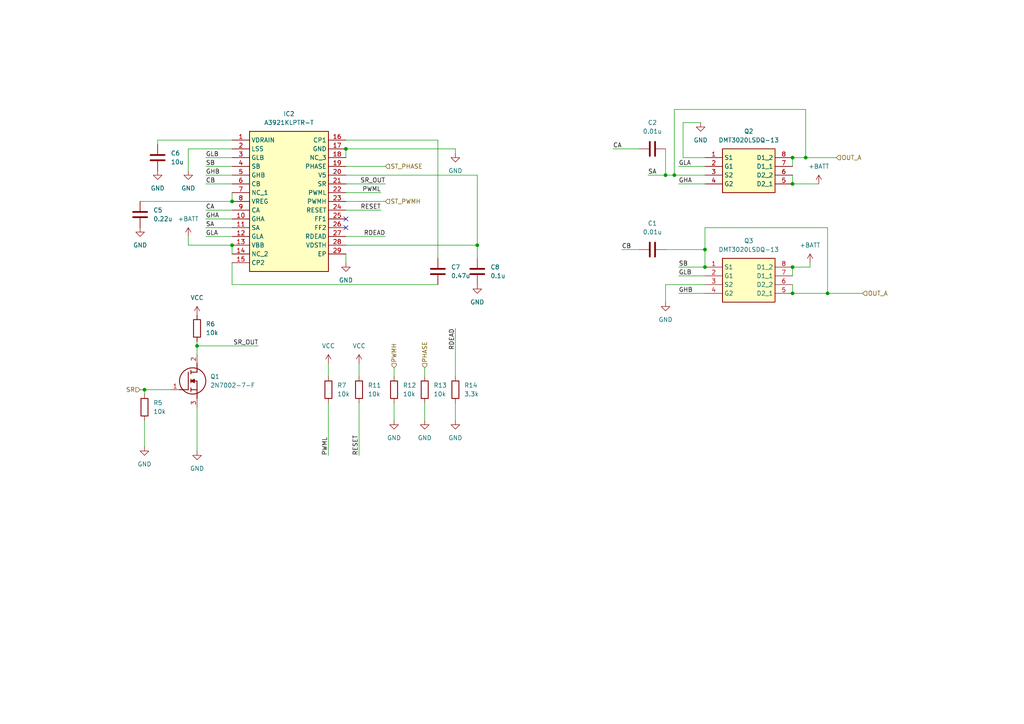
<source format=kicad_sch>
(kicad_sch (version 20230121) (generator eeschema)
  (paper "A4")
  (lib_symbols
    (symbol "00_my_sym:2N7002-7-F" (pin_names hide)
      (property "Reference" "Q" (at 11.43 3.81 0))
      (property "Value" "2N7002-7-F" (at 11.43 1.27 0))
      (symbol "2N7002-7-F_1_1"
        (polyline (pts (xy 2.54 0) (xy 5.08 0)) (stroke (width 0.254)))
        (polyline (pts (xy 5.08 5.08) (xy 5.08 0)) (stroke (width 0.254)))
        (polyline (pts (xy 5.842 -0.508) (xy 5.842 0.508)) (stroke (width 0.254)))
        (polyline (pts (xy 5.842 0) (xy 7.62 0)) (stroke (width 0.254)))
        (polyline (pts (xy 5.842 2.032) (xy 5.842 3.048)) (stroke (width 0.254)))
        (polyline (pts (xy 5.842 5.588) (xy 5.842 4.572)) (stroke (width 0.254)))
        (polyline (pts (xy 7.62 2.54) (xy 5.842 2.54)) (stroke (width 0.254)))
        (polyline (pts (xy 7.62 2.54) (xy 7.62 -2.54)) (stroke (width 0.254)))
        (polyline (pts (xy 7.62 5.08) (xy 5.842 5.08)) (stroke (width 0.254)))
        (polyline (pts (xy 7.62 5.08) (xy 7.62 7.62)) (stroke (width 0.254)))
        (polyline (pts (xy 5.842 2.54) (xy 6.858 3.048) (xy 6.858 2.032) (xy 5.842 2.54)) (stroke (width 0.254)) (fill (type outline)))
        (circle (center 6.35 2.54) (radius 3.81) (stroke (width 0.254)))
        (pin passive line (at 0 0 0) (length 2.54) (name "G") (number "1"))
        (pin passive line (at 7.62 10.16 270) (length 2.54) (name "D") (number "2"))
        (pin passive line (at 7.62 -5.08 90) (length 2.54) (name "S") (number "3"))
      )
    )
    (symbol "00_my_sym:A3921KLPTR-T"
      (property "Reference" "IC" (at 29.21 7.62 0))
      (property "Value" "A3921KLPTR-T" (at 29.21 5.08 0))
      (symbol "A3921KLPTR-T_1_1"
        (rectangle (start 5.08 2.54) (end 27.94 -38.1) (stroke (width 0.254)) (fill (type background)))
        (pin passive line (at 0 0 0) (length 5.08) (name "VDRAIN") (number "1"))
        (pin passive line (at 0 -22.86 0) (length 5.08) (name "GHA") (number "10"))
        (pin passive line (at 0 -25.4 0) (length 5.08) (name "SA") (number "11"))
        (pin passive line (at 0 -27.94 0) (length 5.08) (name "GLA") (number "12"))
        (pin passive line (at 0 -30.48 0) (length 5.08) (name "VBB") (number "13"))
        (pin passive line (at 0 -33.02 0) (length 5.08) (name "NC_2") (number "14"))
        (pin passive line (at 0 -35.56 0) (length 5.08) (name "CP2") (number "15"))
        (pin passive line (at 33.02 0 180) (length 5.08) (name "CP1") (number "16"))
        (pin passive line (at 33.02 -2.54 180) (length 5.08) (name "GND") (number "17"))
        (pin passive line (at 33.02 -5.08 180) (length 5.08) (name "NC_3") (number "18"))
        (pin passive line (at 33.02 -7.62 180) (length 5.08) (name "PHASE") (number "19"))
        (pin passive line (at 0 -2.54 0) (length 5.08) (name "LSS") (number "2"))
        (pin passive line (at 33.02 -10.16 180) (length 5.08) (name "V5") (number "20"))
        (pin passive line (at 33.02 -12.7 180) (length 5.08) (name "SR") (number "21"))
        (pin passive line (at 33.02 -15.24 180) (length 5.08) (name "PWML") (number "22"))
        (pin passive line (at 33.02 -17.78 180) (length 5.08) (name "PWMH") (number "23"))
        (pin passive line (at 33.02 -20.32 180) (length 5.08) (name "RESET") (number "24"))
        (pin passive line (at 33.02 -22.86 180) (length 5.08) (name "FF1") (number "25"))
        (pin passive line (at 33.02 -25.4 180) (length 5.08) (name "FF2") (number "26"))
        (pin passive line (at 33.02 -27.94 180) (length 5.08) (name "RDEAD") (number "27"))
        (pin passive line (at 33.02 -30.48 180) (length 5.08) (name "VDSTH") (number "28"))
        (pin passive line (at 33.02 -33.02 180) (length 5.08) (name "EP") (number "29"))
        (pin passive line (at 0 -5.08 0) (length 5.08) (name "GLB") (number "3"))
        (pin passive line (at 0 -7.62 0) (length 5.08) (name "SB") (number "4"))
        (pin passive line (at 0 -10.16 0) (length 5.08) (name "GHB") (number "5"))
        (pin passive line (at 0 -12.7 0) (length 5.08) (name "CB") (number "6"))
        (pin passive line (at 0 -15.24 0) (length 5.08) (name "NC_1") (number "7"))
        (pin passive line (at 0 -17.78 0) (length 5.08) (name "VREG") (number "8"))
        (pin passive line (at 0 -20.32 0) (length 5.08) (name "CA") (number "9"))
      )
    )
    (symbol "00_my_sym:DMT3020LSDQ-13"
      (property "Reference" "Q" (at 21.59 7.62 0))
      (property "Value" "DMT3020LSDQ-13" (at 21.59 5.08 0))
      (symbol "DMT3020LSDQ-13_1_1"
        (rectangle (start 5.08 2.54) (end 20.32 -10.16) (stroke (width 0.254)) (fill (type background)))
        (pin passive line (at 0 0 0) (length 5.08) (name "S1") (number "1"))
        (pin passive line (at 0 -2.54 0) (length 5.08) (name "G1") (number "2"))
        (pin passive line (at 0 -5.08 0) (length 5.08) (name "S2") (number "3"))
        (pin passive line (at 0 -7.62 0) (length 5.08) (name "G2") (number "4"))
        (pin passive line (at 25.4 -7.62 180) (length 5.08) (name "D2_1") (number "5"))
        (pin passive line (at 25.4 -5.08 180) (length 5.08) (name "D2_2") (number "6"))
        (pin passive line (at 25.4 -2.54 180) (length 5.08) (name "D1_1") (number "7"))
        (pin passive line (at 25.4 0 180) (length 5.08) (name "D1_2") (number "8"))
      )
    )
    (symbol "Device:C" (pin_numbers hide) (pin_names (offset 0.254))
      (property "Reference" "C" (at 0.635 2.54 0))
      (property "Value" "C" (at 0.635 -2.54 0))
      (symbol "C_0_1"
        (polyline (pts (xy -2.032 -0.762) (xy 2.032 -0.762)) (stroke (width 0.508)))
        (polyline (pts (xy -2.032 0.762) (xy 2.032 0.762)) (stroke (width 0.508)))
      )
      (symbol "C_1_1"
        (pin passive line (at 0 3.81 270) (length 2.794) (name "~") (number "1"))
        (pin passive line (at 0 -3.81 90) (length 2.794) (name "~") (number "2"))
      )
    )
    (symbol "Device:R" (pin_numbers hide) (pin_names (offset 0))
      (property "Reference" "R" (at 2.032 0 90))
      (property "Value" "R" (at 0 0 90))
      (symbol "R_0_1"
        (rectangle (start -1.016 -2.54) (end 1.016 2.54) (stroke (width 0.254)))
      )
      (symbol "R_1_1"
        (pin passive line (at 0 3.81 270) (length 1.27) (name "~") (number "1"))
        (pin passive line (at 0 -3.81 90) (length 1.27) (name "~") (number "2"))
      )
    )
    (symbol "power:+BATT" (power) (pin_names (offset 0))
      (property "Value" "+BATT" (at 0 3.556 0))
      (symbol "+BATT_0_1"
        (polyline (pts (xy -0.762 1.27) (xy 0 2.54)))
        (polyline (pts (xy 0 0) (xy 0 2.54)))
        (polyline (pts (xy 0 2.54) (xy 0.762 1.27)))
      )
      (symbol "+BATT_1_1"
        (pin power_in line (at 0 0 90) (length 0) hide (name "+BATT") (number "1"))
      )
    )
    (symbol "power:GND" (power) (pin_names (offset 0))
      (property "Value" "GND" (at 0 -3.81 0))
      (symbol "GND_0_1"
        (polyline (pts (xy 0 0) (xy 0 -1.27) (xy 1.27 -1.27) (xy 0 -2.54) (xy -1.27 -1.27) (xy 0 -1.27)))
      )
      (symbol "GND_1_1"
        (pin power_in line (at 0 0 270) (length 0) hide (name "GND") (number "1"))
      )
    )
    (symbol "power:VCC" (power) (pin_names (offset 0))
      (property "Value" "VCC" (at 0 3.81 0))
      (symbol "VCC_0_1"
        (polyline (pts (xy -0.762 1.27) (xy 0 2.54)))
        (polyline (pts (xy 0 0) (xy 0 2.54)))
        (polyline (pts (xy 0 2.54) (xy 0.762 1.27)))
      )
      (symbol "VCC_1_1"
        (pin power_in line (at 0 0 90) (length 0) hide (name "VCC") (number "1"))
      )
    )
  )
  (junction (at 229.87 77.47))
  (junction (at 204.47 77.47))
  (junction (at 240.03 85.09))
  (junction (at 67.31 71.12))
  (junction (at 193.04 50.8))
  (junction (at 41.91 113.03))
  (junction (at 57.15 100.33))
  (junction (at 100.33 43.18))
  (junction (at 204.47 72.39))
  (junction (at 138.43 71.12))
  (junction (at 229.87 53.34))
  (junction (at 67.31 58.42))
  (junction (at 229.87 45.72))
  (junction (at 233.68 45.72))
  (junction (at 195.58 50.8))
  (junction (at 229.87 85.09))
  (no_connect (at 100.33 66.04))
  (no_connect (at 100.33 63.5))
  (wire (pts (xy 104.14 116.84) (xy 104.14 132.08)))
  (wire (pts (xy 114.3 109.22) (xy 114.3 106.68)))
  (wire (pts (xy 41.91 114.3) (xy 41.91 113.03)))
  (wire (pts (xy 204.47 66.04) (xy 240.03 66.04)))
  (wire (pts (xy 196.85 48.26) (xy 204.47 48.26)))
  (wire (pts (xy 57.15 100.33) (xy 74.93 100.33)))
  (wire (pts (xy 100.33 55.88) (xy 110.49 55.88)))
  (wire (pts (xy 67.31 55.88) (xy 67.31 58.42)))
  (wire (pts (xy 54.61 43.18) (xy 54.61 49.53)))
  (wire (pts (xy 193.04 72.39) (xy 204.47 72.39)))
  (wire (pts (xy 229.87 50.8) (xy 229.87 53.34)))
  (wire (pts (xy 40.64 113.03) (xy 41.91 113.03)))
  (wire (pts (xy 180.34 72.39) (xy 185.42 72.39)))
  (wire (pts (xy 100.33 60.96) (xy 110.49 60.96)))
  (wire (pts (xy 41.91 113.03) (xy 49.53 113.03)))
  (wire (pts (xy 40.64 58.42) (xy 67.31 58.42)))
  (wire (pts (xy 198.12 35.56) (xy 203.2 35.56)))
  (wire (pts (xy 67.31 82.55) (xy 67.31 76.2)))
  (wire (pts (xy 59.69 48.26) (xy 67.31 48.26)))
  (wire (pts (xy 100.33 40.64) (xy 127 40.64)))
  (wire (pts (xy 229.87 85.09) (xy 240.03 85.09)))
  (wire (pts (xy 204.47 45.72) (xy 198.12 45.72)))
  (wire (pts (xy 100.33 43.18) (xy 100.33 45.72)))
  (wire (pts (xy 195.58 31.75) (xy 195.58 50.8)))
  (wire (pts (xy 193.04 50.8) (xy 195.58 50.8)))
  (wire (pts (xy 57.15 100.33) (xy 57.15 99.06)))
  (wire (pts (xy 100.33 68.58) (xy 111.76 68.58)))
  (wire (pts (xy 229.87 45.72) (xy 233.68 45.72)))
  (wire (pts (xy 240.03 66.04) (xy 240.03 85.09)))
  (wire (pts (xy 204.47 82.55) (xy 193.04 82.55)))
  (wire (pts (xy 132.08 95.25) (xy 132.08 109.22)))
  (wire (pts (xy 196.85 85.09) (xy 204.47 85.09)))
  (wire (pts (xy 187.96 50.8) (xy 193.04 50.8)))
  (wire (pts (xy 111.76 48.26) (xy 100.33 48.26)))
  (wire (pts (xy 95.25 116.84) (xy 95.25 132.08)))
  (wire (pts (xy 41.91 121.92) (xy 41.91 129.54)))
  (wire (pts (xy 138.43 71.12) (xy 138.43 74.93)))
  (wire (pts (xy 57.15 100.33) (xy 57.15 102.87)))
  (wire (pts (xy 59.69 66.04) (xy 67.31 66.04)))
  (wire (pts (xy 229.87 45.72) (xy 229.87 48.26)))
  (wire (pts (xy 59.69 53.34) (xy 67.31 53.34)))
  (wire (pts (xy 138.43 50.8) (xy 138.43 71.12)))
  (wire (pts (xy 104.14 105.41) (xy 104.14 109.22)))
  (wire (pts (xy 123.19 116.84) (xy 123.19 121.92)))
  (wire (pts (xy 195.58 50.8) (xy 204.47 50.8)))
  (wire (pts (xy 204.47 72.39) (xy 204.47 77.47)))
  (wire (pts (xy 45.72 40.64) (xy 45.72 41.91)))
  (wire (pts (xy 233.68 45.72) (xy 233.68 31.75)))
  (wire (pts (xy 100.33 43.18) (xy 132.08 43.18)))
  (wire (pts (xy 111.76 58.42) (xy 100.33 58.42)))
  (wire (pts (xy 229.87 82.55) (xy 229.87 85.09)))
  (wire (pts (xy 59.69 60.96) (xy 67.31 60.96)))
  (wire (pts (xy 234.95 77.47) (xy 229.87 77.47)))
  (wire (pts (xy 193.04 82.55) (xy 193.04 87.63)))
  (wire (pts (xy 100.33 71.12) (xy 138.43 71.12)))
  (wire (pts (xy 193.04 43.18) (xy 193.04 50.8)))
  (wire (pts (xy 198.12 45.72) (xy 198.12 35.56)))
  (wire (pts (xy 132.08 121.92) (xy 132.08 116.84)))
  (wire (pts (xy 127 40.64) (xy 127 74.93)))
  (wire (pts (xy 196.85 80.01) (xy 204.47 80.01)))
  (wire (pts (xy 229.87 53.34) (xy 237.49 53.34)))
  (wire (pts (xy 234.95 76.2) (xy 234.95 77.47)))
  (wire (pts (xy 123.19 109.22) (xy 123.19 106.68)))
  (wire (pts (xy 67.31 82.55) (xy 127 82.55)))
  (wire (pts (xy 95.25 105.41) (xy 95.25 109.22)))
  (wire (pts (xy 177.8 43.18) (xy 185.42 43.18)))
  (wire (pts (xy 240.03 85.09) (xy 250.19 85.09)))
  (wire (pts (xy 67.31 40.64) (xy 45.72 40.64)))
  (wire (pts (xy 100.33 50.8) (xy 138.43 50.8)))
  (wire (pts (xy 100.33 73.66) (xy 100.33 76.2)))
  (wire (pts (xy 59.69 45.72) (xy 67.31 45.72)))
  (wire (pts (xy 196.85 53.34) (xy 204.47 53.34)))
  (wire (pts (xy 196.85 77.47) (xy 204.47 77.47)))
  (wire (pts (xy 233.68 31.75) (xy 195.58 31.75)))
  (wire (pts (xy 54.61 68.58) (xy 54.61 71.12)))
  (wire (pts (xy 204.47 72.39) (xy 204.47 66.04)))
  (wire (pts (xy 59.69 50.8) (xy 67.31 50.8)))
  (wire (pts (xy 57.15 130.81) (xy 57.15 118.11)))
  (wire (pts (xy 229.87 77.47) (xy 229.87 80.01)))
  (wire (pts (xy 59.69 68.58) (xy 67.31 68.58)))
  (wire (pts (xy 59.69 63.5) (xy 67.31 63.5)))
  (wire (pts (xy 100.33 53.34) (xy 111.76 53.34)))
  (wire (pts (xy 67.31 71.12) (xy 67.31 73.66)))
  (wire (pts (xy 132.08 43.18) (xy 132.08 44.45)))
  (wire (pts (xy 233.68 45.72) (xy 242.57 45.72)))
  (wire (pts (xy 114.3 116.84) (xy 114.3 121.92)))
  (wire (pts (xy 54.61 43.18) (xy 67.31 43.18)))
  (wire (pts (xy 54.61 71.12) (xy 67.31 71.12)))
  (label "RDEAD" (at 132.08 95.25 270))
  (label "RESET" (at 104.14 132.08 90))
  (label "SA" (at 59.69 66.04 0))
  (label "SB" (at 59.69 48.26 0))
  (label "PWML" (at 110.49 55.88 180))
  (label "SR_OUT" (at 111.76 53.34 180))
  (label "PWML" (at 95.25 132.08 90))
  (label "CA" (at 59.69 60.96 0))
  (label "CB" (at 59.69 53.34 0))
  (label "CB" (at 180.34 72.39 0))
  (label "RESET" (at 110.49 60.96 180))
  (label "GLA" (at 196.85 48.26 0))
  (label "GHA" (at 196.85 53.34 0))
  (label "GHA" (at 59.69 63.5 0))
  (label "SA" (at 187.96 50.8 0))
  (label "GLA" (at 59.69 68.58 0))
  (label "GHB" (at 196.85 85.09 0))
  (label "CA" (at 177.8 43.18 0))
  (label "RDEAD" (at 111.76 68.58 180))
  (label "SR_OUT" (at 74.93 100.33 180))
  (label "GLB" (at 59.69 45.72 0))
  (label "GHB" (at 59.69 50.8 0))
  (label "SB" (at 196.85 77.47 0))
  (label "GLB" (at 196.85 80.01 0))
  (hierarchical_label "ST_PHASE" (shape input) (at 111.76 48.26 0))
  (hierarchical_label "PWMH" (shape input) (at 114.3 106.68 90))
  (hierarchical_label "OUT_A" (shape input) (at 250.19 85.09 0))
  (hierarchical_label "ST_PWMH" (shape input) (at 111.76 58.42 0))
  (hierarchical_label "OUT_A" (shape input) (at 242.57 45.72 0))
  (hierarchical_label "SR" (shape input) (at 40.64 113.03 180))
  (hierarchical_label "PHASE" (shape input) (at 123.19 106.68 90))
  (symbol (lib_id "Device:R") (at 41.91 118.11 180) (unit 1)
    (property "Reference" "R5" (at 44.45 116.84 0) (effects (justify right)))
    (property "Value" "10k" (at 44.45 119.38 0) (effects (justify right)))
  )
  (symbol (lib_id "00_my_sym:DMT3020LSDQ-13") (at 204.47 45.72 0) (unit 1)
    (property "Reference" "Q2" (at 217.17 38.1 0))
    (property "Value" "DMT3020LSDQ-13" (at 217.17 40.64 0))
    (property "Footprint" "SOIC127P600X170-8N" (effects hide))
    (property "Datasheet" "https://www.diodes.com//assets/Datasheets/DMT3020LSDQ.pdf" (effects hide))
    (property "Height" "1.7" (effects hide))
    (property "Manufacturer_Name" "Diodes Incorporated" (effects hide))
    (property "Manufacturer_Part_Number" "DMT3020LSDQ-13" (effects hide))
    (property "Mouser Part Number" "621-DMT3020LSDQ-13" (effects hide))
    (property "Mouser Price/Stock" "https://www.mouser.co.uk/ProductDetail/Diodes-Incorporated/DMT3020LSDQ-13?qs=Cb2nCFKsA8rthxKmUbYESA%3D%3D" (effects hide))
    (property "Arrow Part Number" "DMT3020LSDQ-13" (effects hide))
    (property "Arrow Price/Stock" "https://www.arrow.com/en/products/dmt3020lsdq-13/diodes-incorporated?region=nac" (effects hide))
  )
  (symbol (lib_id "00_my_sym:2N7002-7-F") (at 49.53 113.03 0) (unit 1)
    (property "Reference" "Q1" (at 60.96 109.22 0) (effects (justify left)))
    (property "Value" "2N7002-7-F" (at 60.96 111.76 0) (effects (justify left)))
    (property "Footprint" "SOT95P240X100-3N" (effects hide))
    (property "Datasheet" "https://componentsearchengine.com/Datasheets/2/2N7002-7-F.pdf" (effects hide))
    (property "Height" "1" (effects hide))
    (property "Manufacturer_Name" "Multicomp Pro" (effects hide))
    (property "Manufacturer_Part_Number" "2N7002-7-F" (effects hide))
  )
  (symbol (lib_id "power:GND") (at 132.08 44.45 0) (unit 1)
    (property "Reference" "#PWR027" (effects hide))
    (property "Value" "GND" (at 132.08 49.53 0))
  )
  (symbol (lib_id "power:GND") (at 54.61 49.53 0) (unit 1)
    (property "Reference" "#PWR019" (effects hide))
    (property "Value" "GND" (at 54.61 54.61 0))
  )
  (symbol (lib_id "power:GND") (at 100.33 76.2 0) (unit 1)
    (property "Reference" "#PWR024" (effects hide))
    (property "Value" "GND" (at 100.33 81.28 0))
  )
  (symbol (lib_id "Device:C") (at 138.43 78.74 0) (unit 1)
    (property "Reference" "C8" (at 142.24 77.47 0) (effects (justify left)))
    (property "Value" "0.1u" (at 142.24 80.01 0) (effects (justify left)))
  )
  (symbol (lib_id "power:GND") (at 138.43 82.55 0) (unit 1)
    (property "Reference" "#PWR029" (effects hide))
    (property "Value" "GND" (at 138.43 87.63 0))
  )
  (symbol (lib_id "power:+BATT") (at 54.61 68.58 0) (unit 1)
    (property "Reference" "#PWR020" (effects hide))
    (property "Value" "+BATT" (at 54.61 63.5 0))
  )
  (symbol (lib_id "power:GND") (at 45.72 49.53 0) (unit 1)
    (property "Reference" "#PWR018" (effects hide))
    (property "Value" "GND" (at 45.72 54.61 0))
  )
  (symbol (lib_id "power:GND") (at 193.04 87.63 0) (unit 1)
    (property "Reference" "#PWR02" (effects hide))
    (property "Value" "GND" (at 193.04 92.71 0))
  )
  (symbol (lib_id "Device:C") (at 40.64 62.23 0) (unit 1)
    (property "Reference" "C5" (at 44.45 60.96 0) (effects (justify left)))
    (property "Value" "0.22u" (at 44.45 63.5 0) (effects (justify left)))
  )
  (symbol (lib_id "power:+BATT") (at 234.95 76.2 0) (unit 1)
    (property "Reference" "#PWR01" (effects hide))
    (property "Value" "+BATT" (at 234.95 71.12 0))
  )
  (symbol (lib_id "power:GND") (at 114.3 121.92 0) (unit 1)
    (property "Reference" "#PWR026" (effects hide))
    (property "Value" "GND" (at 114.3 127 0))
  )
  (symbol (lib_id "00_my_sym:DMT3020LSDQ-13") (at 204.47 77.47 0) (unit 1)
    (property "Reference" "Q3" (at 217.17 69.85 0))
    (property "Value" "DMT3020LSDQ-13" (at 217.17 72.39 0))
    (property "Footprint" "SOIC127P600X170-8N" (effects hide))
    (property "Datasheet" "https://www.diodes.com//assets/Datasheets/DMT3020LSDQ.pdf" (effects hide))
    (property "Height" "1.7" (effects hide))
    (property "Manufacturer_Name" "Diodes Incorporated" (effects hide))
    (property "Manufacturer_Part_Number" "DMT3020LSDQ-13" (effects hide))
    (property "Mouser Part Number" "621-DMT3020LSDQ-13" (effects hide))
    (property "Mouser Price/Stock" "https://www.mouser.co.uk/ProductDetail/Diodes-Incorporated/DMT3020LSDQ-13?qs=Cb2nCFKsA8rthxKmUbYESA%3D%3D" (effects hide))
    (property "Arrow Part Number" "DMT3020LSDQ-13" (effects hide))
    (property "Arrow Price/Stock" "https://www.arrow.com/en/products/dmt3020lsdq-13/diodes-incorporated?region=nac" (effects hide))
  )
  (symbol (lib_id "power:+BATT") (at 237.49 53.34 0) (unit 1)
    (property "Reference" "#PWR04" (effects hide))
    (property "Value" "+BATT" (at 237.49 48.26 0))
  )
  (symbol (lib_id "Device:R") (at 95.25 113.03 180) (unit 1)
    (property "Reference" "R7" (at 97.79 111.76 0) (effects (justify right)))
    (property "Value" "10k" (at 97.79 114.3 0) (effects (justify right)))
  )
  (symbol (lib_id "Device:R") (at 57.15 95.25 180) (unit 1)
    (property "Reference" "R6" (at 59.69 93.98 0) (effects (justify right)))
    (property "Value" "10k" (at 59.69 96.52 0) (effects (justify right)))
  )
  (symbol (lib_id "power:VCC") (at 57.15 91.44 0) (unit 1)
    (property "Reference" "#PWR021" (effects hide))
    (property "Value" "VCC" (at 57.15 86.36 0))
  )
  (symbol (lib_id "power:GND") (at 123.19 121.92 0) (unit 1)
    (property "Reference" "#PWR028" (effects hide))
    (property "Value" "GND" (at 123.19 127 0))
  )
  (symbol (lib_id "power:GND") (at 203.2 35.56 0) (unit 1)
    (property "Reference" "#PWR03" (effects hide))
    (property "Value" "GND" (at 203.2 40.64 0))
  )
  (symbol (lib_id "Device:R") (at 132.08 113.03 180) (unit 1)
    (property "Reference" "R14" (at 134.62 111.76 0) (effects (justify right)))
    (property "Value" "3.3k" (at 134.62 114.3 0) (effects (justify right)))
  )
  (symbol (lib_id "Device:R") (at 123.19 113.03 180) (unit 1)
    (property "Reference" "R13" (at 125.73 111.76 0) (effects (justify right)))
    (property "Value" "10k" (at 125.73 114.3 0) (effects (justify right)))
  )
  (symbol (lib_id "power:VCC") (at 95.25 105.41 0) (unit 1)
    (property "Reference" "#PWR023" (effects hide))
    (property "Value" "VCC" (at 95.25 100.33 0))
  )
  (symbol (lib_id "Device:C") (at 127 78.74 0) (unit 1)
    (property "Reference" "C7" (at 130.81 77.47 0) (effects (justify left)))
    (property "Value" "0.47u" (at 130.81 80.01 0) (effects (justify left)))
  )
  (symbol (lib_id "power:GND") (at 57.15 130.81 0) (unit 1)
    (property "Reference" "#PWR022" (effects hide))
    (property "Value" "GND" (at 57.15 135.89 0))
  )
  (symbol (lib_id "Device:C") (at 189.23 43.18 270) (unit 1)
    (property "Reference" "C2" (at 189.23 35.56 90))
    (property "Value" "0.01u" (at 189.23 38.1 90))
  )
  (symbol (lib_id "power:GND") (at 40.64 66.04 0) (unit 1)
    (property "Reference" "#PWR016" (effects hide))
    (property "Value" "GND" (at 40.64 71.12 0))
  )
  (symbol (lib_id "power:GND") (at 41.91 129.54 0) (unit 1)
    (property "Reference" "#PWR017" (effects hide))
    (property "Value" "GND" (at 41.91 134.62 0))
  )
  (symbol (lib_id "power:VCC") (at 104.14 105.41 0) (unit 1)
    (property "Reference" "#PWR025" (effects hide))
    (property "Value" "VCC" (at 104.14 100.33 0))
  )
  (symbol (lib_id "Device:C") (at 189.23 72.39 270) (unit 1)
    (property "Reference" "C1" (at 189.23 64.77 90))
    (property "Value" "0.01u" (at 189.23 67.31 90))
  )
  (symbol (lib_id "power:GND") (at 132.08 121.92 0) (unit 1)
    (property "Reference" "#PWR030" (effects hide))
    (property "Value" "GND" (at 132.08 127 0))
  )
  (symbol (lib_id "00_my_sym:A3921KLPTR-T") (at 67.31 40.64 0) (unit 1)
    (property "Reference" "IC2" (at 83.82 33.02 0))
    (property "Value" "A3921KLPTR-T" (at 83.82 35.56 0))
    (property "Footprint" "A3944KLPTRT" (effects hide))
    (property "Datasheet" "http://www.allegromicro.com/~/media/files/datasheets/a3921-datasheet.pdf" (effects hide))
    (property "Height" "1.2" (effects hide))
    (property "Manufacturer_Name" "Allegro Microsystems" (effects hide))
    (property "Manufacturer_Part_Number" "A3921KLPTR-T" (effects hide))
    (property "Mouser Part Number" "250-A3921KLPTR-T" (effects hide))
    (property "Mouser Price/Stock" "https://www.mouser.co.uk/ProductDetail/Allegro-MicroSystems/A3921KLPTR-T?qs=pUKx8fyJudB0kHLM8sWE6w%3D%3D" (effects hide))
    (property "Arrow Part Number" "A3921KLPTR-T" (effects hide))
    (property "Arrow Price/Stock" "https://www.arrow.com/en/products/a3921klptr-t/allegro-microsystems?utm_currency=USD&region=nac" (effects hide))
  )
  (symbol (lib_id "Device:R") (at 104.14 113.03 180) (unit 1)
    (property "Reference" "R11" (at 106.68 111.76 0) (effects (justify right)))
    (property "Value" "10k" (at 106.68 114.3 0) (effects (justify right)))
  )
  (symbol (lib_id "Device:R") (at 114.3 113.03 180) (unit 1)
    (property "Reference" "R12" (at 116.84 111.76 0) (effects (justify right)))
    (property "Value" "10k" (at 116.84 114.3 0) (effects (justify right)))
  )
  (symbol (lib_id "Device:C") (at 45.72 45.72 0) (unit 1)
    (property "Reference" "C6" (at 49.53 44.45 0) (effects (justify left)))
    (property "Value" "10u" (at 49.53 46.99 0) (effects (justify left)))
  )
)
</source>
